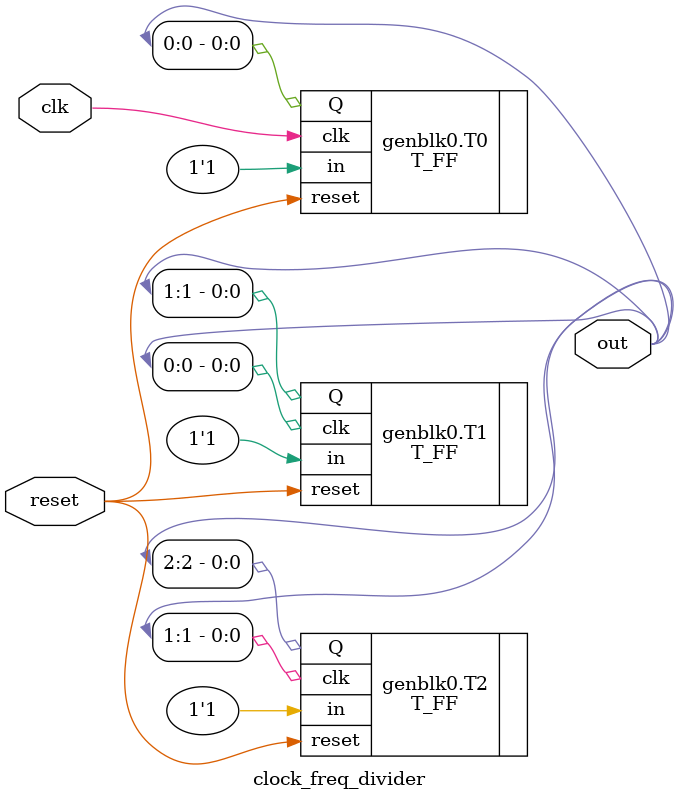
<source format=v>
module clock_freq_divider(
    input clk,
    input reset,
    output [2:0]out
);

begin
T_FF T0(.clk(clk),.in(1'b1),.reset(reset),.Q(out[0]));
T_FF T1(.clk(out[0]),.in(1'b1),.reset(reset),.Q(out[1]));
T_FF T2(.clk(out[1]),.in(1'b1),.reset(reset),.Q(out[2]));
end

endmodule




</source>
